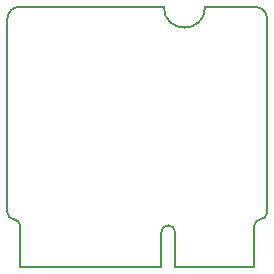
<source format=gbr>
%TF.GenerationSoftware,KiCad,Pcbnew,9.0.0*%
%TF.CreationDate,2025-05-23T15:58:18+04:00*%
%TF.ProjectId,02_02_sensor_barometer_DPS310XTSA1,30325f30-325f-4736-956e-736f725f6261,rev?*%
%TF.SameCoordinates,Original*%
%TF.FileFunction,Profile,NP*%
%FSLAX46Y46*%
G04 Gerber Fmt 4.6, Leading zero omitted, Abs format (unit mm)*
G04 Created by KiCad (PCBNEW 9.0.0) date 2025-05-23 15:58:18*
%MOMM*%
%LPD*%
G01*
G04 APERTURE LIST*
%TA.AperFunction,Profile*%
%ADD10C,0.127000*%
%TD*%
G04 APERTURE END LIST*
D10*
X158426100Y-114365617D02*
X151726100Y-114365617D01*
X150526100Y-111465617D02*
X150526100Y-114365617D01*
X138576100Y-114365617D02*
X138576100Y-110865617D01*
X138101100Y-110365617D02*
G75*
G02*
X138576108Y-110865618I-41000J-514583D01*
G01*
X137501100Y-93365617D02*
G75*
G02*
X138501099Y-92365600I1025000J-24983D01*
G01*
X159501099Y-109765618D02*
G75*
G02*
X158901100Y-110365600I-617299J17318D01*
G01*
X137501100Y-93365617D02*
X137501100Y-109765617D01*
X159501100Y-93365617D02*
X159501100Y-109765617D01*
X154251100Y-92365617D02*
G75*
G02*
X150751100Y-92365617I-1750000J0D01*
G01*
X158426100Y-110865617D02*
G75*
G02*
X158901096Y-110365556I510600J-9383D01*
G01*
X150526100Y-111465617D02*
G75*
G02*
X151726100Y-111465617I600000J0D01*
G01*
X158426100Y-110865617D02*
X158426100Y-114365617D01*
X150751100Y-92365617D02*
X138501100Y-92365617D01*
X151726100Y-111465617D02*
X151726100Y-114365617D01*
X138101098Y-110365617D02*
G75*
G02*
X137501083Y-109765617I17302J617317D01*
G01*
X158501100Y-92365617D02*
X154251100Y-92365617D01*
X158501100Y-92365617D02*
G75*
G02*
X159501083Y-93365617I-25000J-1024983D01*
G01*
X138576100Y-114365617D02*
X150526100Y-114365617D01*
M02*

</source>
